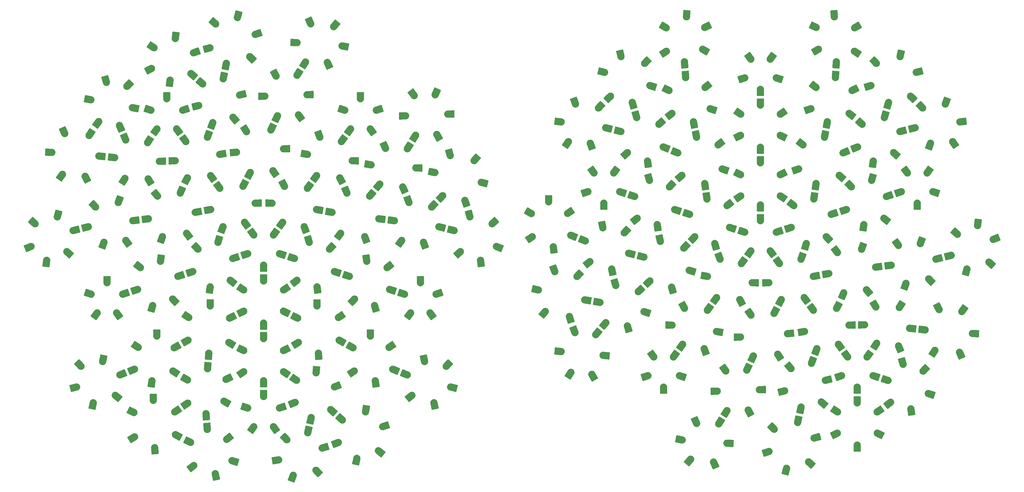
<source format=gbr>
%TF.GenerationSoftware,KiCad,Pcbnew,8.0.5*%
%TF.CreationDate,2024-10-17T15:54:23-04:00*%
%TF.ProjectId,orb_generated,6f72625f-6765-46e6-9572-617465642e6b,rev?*%
%TF.SameCoordinates,Original*%
%TF.FileFunction,Soldermask,Bot*%
%TF.FilePolarity,Negative*%
%FSLAX46Y46*%
G04 Gerber Fmt 4.6, Leading zero omitted, Abs format (unit mm)*
G04 Created by KiCad (PCBNEW 8.0.5) date 2024-10-17 15:54:23*
%MOMM*%
%LPD*%
G01*
G04 APERTURE LIST*
G04 Aperture macros list*
%AMFreePoly0*
4,1,24,-1.700000,1.080000,-1.580000,1.200000,0.500000,1.200000,0.665788,1.188493,0.881350,1.137792,1.083926,1.048347,1.266617,0.923201,1.423201,0.766616,1.548347,0.583925,1.637793,0.381350,1.688493,0.165788,1.700000,0.000000,1.688493,-0.165788,1.637793,-0.381350,1.548347,-0.583925,1.423201,-0.766616,1.266616,-0.923201,1.083925,-1.048346,0.881350,-1.137793,0.665788,-1.188493,
0.500000,-1.200000,-1.580000,-1.200000,-1.700000,-1.080000,-1.700000,1.080000,-1.700000,1.080000,$1*%
G04 Aperture macros list end*
%ADD10FreePoly0,313.000000*%
%ADD11FreePoly0,154.000000*%
%ADD12FreePoly0,54.000000*%
%ADD13FreePoly0,122.000000*%
%ADD14FreePoly0,357.000000*%
%ADD15FreePoly0,255.000000*%
%ADD16FreePoly0,305.000000*%
%ADD17FreePoly0,18.000000*%
%ADD18FreePoly0,149.000000*%
%ADD19FreePoly0,50.000000*%
%ADD20FreePoly0,118.000000*%
%ADD21FreePoly0,226.000000*%
%ADD22FreePoly0,90.000000*%
%ADD23FreePoly0,174.000000*%
%ADD24FreePoly0,227.000000*%
%ADD25FreePoly0,141.000000*%
%ADD26FreePoly0,237.000000*%
%ADD27FreePoly0,182.000000*%
%ADD28FreePoly0,230.000000*%
%ADD29FreePoly0,29.000000*%
%ADD30FreePoly0,75.000000*%
%ADD31FreePoly0,34.000000*%
%ADD32FreePoly0,286.000000*%
%ADD33FreePoly0,74.000000*%
%ADD34FreePoly0,290.000000*%
%ADD35FreePoly0,335.000000*%
%ADD36FreePoly0,10.000000*%
%ADD37FreePoly0,238.000000*%
%ADD38FreePoly0,330.000000*%
%ADD39FreePoly0,234.000000*%
%ADD40FreePoly0,130.000000*%
%ADD41FreePoly0,177.000000*%
%ADD42FreePoly0,110.000000*%
%ADD43FreePoly0,126.000000*%
%ADD44FreePoly0,358.000000*%
%ADD45FreePoly0,146.000000*%
%ADD46FreePoly0,162.000000*%
%ADD47FreePoly0,270.000000*%
%ADD48FreePoly0,194.000000*%
%ADD49FreePoly0,22.000000*%
%ADD50FreePoly0,170.000000*%
%ADD51FreePoly0,2.000000*%
%ADD52FreePoly0,26.000000*%
%ADD53FreePoly0,311.000000*%
%ADD54FreePoly0,169.000000*%
%ADD55FreePoly0,285.000000*%
%ADD56FreePoly0,106.000000*%
%ADD57FreePoly0,306.000000*%
%ADD58FreePoly0,338.000000*%
%ADD59FreePoly0,138.000000*%
%ADD60FreePoly0,113.000000*%
%ADD61FreePoly0,294.000000*%
%ADD62FreePoly0,278.000000*%
%ADD63FreePoly0,158.000000*%
%ADD64FreePoly0,266.000000*%
%ADD65FreePoly0,58.000000*%
%ADD66FreePoly0,350.000000*%
%ADD67FreePoly0,190.000000*%
%ADD68FreePoly0,322.000000*%
%ADD69FreePoly0,86.000000*%
%ADD70FreePoly0,41.000000*%
%ADD71FreePoly0,127.000000*%
%ADD72FreePoly0,46.000000*%
%ADD73FreePoly0,301.000000*%
%ADD74FreePoly0,125.000000*%
%ADD75FreePoly0,314.000000*%
%ADD76FreePoly0,31.000000*%
%ADD77FreePoly0,214.000000*%
%ADD78FreePoly0,250.000000*%
%ADD79FreePoly0,139.000000*%
%ADD80FreePoly0,38.000000*%
%ADD81FreePoly0,82.000000*%
%ADD82FreePoly0,198.000000*%
%ADD83FreePoly0,121.000000*%
%ADD84FreePoly0,282.000000*%
%ADD85FreePoly0,342.000000*%
%ADD86FreePoly0,242.000000*%
%ADD87FreePoly0,53.000000*%
%ADD88FreePoly0,271.000000*%
%ADD89FreePoly0,27.000000*%
%ADD90FreePoly0,135.000000*%
%ADD91FreePoly0,131.000000*%
%ADD92FreePoly0,166.000000*%
%ADD93FreePoly0,83.000000*%
%ADD94FreePoly0,107.000000*%
%ADD95FreePoly0,218.000000*%
%ADD96FreePoly0,293.000000*%
%ADD97FreePoly0,206.000000*%
%ADD98FreePoly0,14.000000*%
%ADD99FreePoly0,247.000000*%
%ADD100FreePoly0,318.000000*%
%ADD101FreePoly0,269.000000*%
%ADD102FreePoly0,209.000000*%
%ADD103FreePoly0,349.000000*%
%ADD104FreePoly0,151.000000*%
%ADD105FreePoly0,97.000000*%
%ADD106FreePoly0,283.000000*%
%ADD107FreePoly0,137.000000*%
%ADD108FreePoly0,98.000000*%
%ADD109FreePoly0,334.000000*%
%ADD110FreePoly0,202.000000*%
%ADD111FreePoly0,9.000000*%
%ADD112FreePoly0,65.000000*%
%ADD113FreePoly0,78.000000*%
%ADD114FreePoly0,77.000000*%
%ADD115FreePoly0,161.000000*%
%ADD116FreePoly0,43.000000*%
%ADD117FreePoly0,258.000000*%
%ADD118FreePoly0,94.000000*%
%ADD119FreePoly0,42.000000*%
%ADD120FreePoly0,326.000000*%
%ADD121FreePoly0,353.000000*%
%ADD122FreePoly0,114.000000*%
%ADD123FreePoly0,70.000000*%
%ADD124FreePoly0,187.000000*%
%ADD125FreePoly0,310.000000*%
%ADD126FreePoly0,39.000000*%
%ADD127FreePoly0,307.000000*%
%ADD128FreePoly0,178.000000*%
%ADD129FreePoly0,163.000000*%
%ADD130FreePoly0,315.000000*%
%ADD131FreePoly0,142.000000*%
%ADD132FreePoly0,354.000000*%
%ADD133FreePoly0,259.000000*%
%ADD134FreePoly0,185.000000*%
%ADD135FreePoly0,261.000000*%
%ADD136FreePoly0,274.000000*%
%ADD137FreePoly0,150.000000*%
%ADD138FreePoly0,245.000000*%
%ADD139FreePoly0,7.000000*%
%ADD140FreePoly0,210.000000*%
%ADD141FreePoly0,57.000000*%
%ADD142FreePoly0,134.000000*%
%ADD143FreePoly0,173.000000*%
%ADD144FreePoly0,319.000000*%
%ADD145FreePoly0,117.000000*%
%ADD146FreePoly0,55.000000*%
%ADD147FreePoly0,197.000000*%
%ADD148FreePoly0,102.000000*%
%ADD149FreePoly0,225.000000*%
%ADD150FreePoly0,263.000000*%
%ADD151FreePoly0,346.000000*%
%ADD152FreePoly0,262.000000*%
%ADD153FreePoly0,281.000000*%
%ADD154FreePoly0,17.000000*%
%ADD155FreePoly0,347.000000*%
%ADD156FreePoly0,265.000000*%
%ADD157FreePoly0,33.000000*%
%ADD158FreePoly0,222.000000*%
%ADD159FreePoly0,257.000000*%
%ADD160FreePoly0,19.000000*%
%ADD161FreePoly0,79.000000*%
%ADD162FreePoly0,254.000000*%
%ADD163FreePoly0,101.000000*%
%ADD164FreePoly0,246.000000*%
%ADD165FreePoly0,67.000000*%
%ADD166FreePoly0,62.000000*%
%ADD167FreePoly0,331.000000*%
%ADD168FreePoly0,298.000000*%
%ADD169FreePoly0,15.000000*%
%ADD170FreePoly0,195.000000*%
%ADD171FreePoly0,119.000000*%
%ADD172FreePoly0,21.000000*%
%ADD173FreePoly0,297.000000*%
%ADD174FreePoly0,199.000000*%
%ADD175FreePoly0,291.000000*%
%ADD176FreePoly0,109.000000*%
%ADD177FreePoly0,223.000000*%
%ADD178FreePoly0,229.000000*%
%ADD179FreePoly0,133.000000*%
%ADD180FreePoly0,5.000000*%
%ADD181FreePoly0,205.000000*%
%ADD182FreePoly0,186.000000*%
%ADD183FreePoly0,30.000000*%
%ADD184FreePoly0,302.000000*%
%ADD185FreePoly0,147.000000*%
G04 APERTURE END LIST*
D10*
%TO.C,PAD264-86*%
X7384196Y-63043843D03*
%TD*%
D11*
%TO.C,PAD112-52*%
X203833619Y-61460041D03*
%TD*%
D12*
%TO.C,PAD87-67*%
X6010349Y8272936D03*
%TD*%
D13*
%TO.C,PAD41-91*%
X170660257Y-35492719D03*
%TD*%
D14*
%TO.C,PAD213-43*%
X-70710878Y31932095D03*
%TD*%
D15*
%TO.C,PAD8-75*%
X-8518520Y77117556D03*
%TD*%
D16*
%TO.C,PAD172-91*%
X161317597Y-21687840D03*
%TD*%
D17*
%TO.C,PAD221-4*%
X-42214781Y-13716064D03*
%TD*%
D18*
%TO.C,PAD224-5*%
X-11094051Y-31415420D03*
%TD*%
D12*
%TO.C,PAD123-65*%
X28559349Y39307936D03*
%TD*%
D19*
%TO.C,PAD134-87*%
X141202941Y-70241927D03*
%TD*%
D11*
%TO.C,PAD216-17*%
X171732619Y37335959D03*
%TD*%
D20*
%TO.C,PAD117-90*%
X160826197Y-53980430D03*
%TD*%
D21*
%TO.C,PAD197-70*%
X126616304Y61794766D03*
%TD*%
D22*
%TO.C,PAD202-9*%
X0Y-6026000D03*
%TD*%
D23*
%TO.C,PAD113-43*%
X-54090496Y30655510D03*
%TD*%
D17*
%TO.C,PAD98-26*%
X107030306Y18728316D03*
%TD*%
D24*
%TO.C,PAD217-84*%
X60858803Y-38733843D03*
%TD*%
D25*
%TO.C,PAD97-46*%
X-48731007Y-49050427D03*
%TD*%
D26*
%TO.C,PAD154-43*%
X-57583742Y37943792D03*
%TD*%
D27*
%TO.C,PAD201-72*%
X14871279Y51029711D03*
%TD*%
D15*
%TO.C,PAD67-45*%
X-68254520Y11039556D03*
%TD*%
D17*
%TO.C,PAD186-16*%
X158970306Y56465316D03*
%TD*%
D28*
%TO.C,PAD142-69*%
X23498146Y73956307D03*
%TD*%
D29*
%TO.C,PAD188-5*%
X-25512299Y-30681899D03*
%TD*%
D30*
%TO.C,PAD118-88*%
X173219607Y-73403176D03*
%TD*%
D31*
%TO.C,PAD1-18*%
X157687065Y17210685D03*
%TD*%
D32*
%TO.C,PAD26-29*%
X123529926Y43954729D03*
%TD*%
D33*
%TO.C,PAD140-39*%
X207029926Y47992031D03*
%TD*%
D12*
%TO.C,PAD260-3*%
X-3541651Y-59488064D03*
%TD*%
D34*
%TO.C,PAD150-76*%
X151094329Y-3081975D03*
%TD*%
D35*
%TO.C,PAD198-53*%
X-24617754Y-64131498D03*
%TD*%
D36*
%TO.C,PAD247-34*%
X-18027904Y12849661D03*
%TD*%
D37*
%TO.C,PAD248-50*%
X210948257Y-19169521D03*
%TD*%
D38*
%TO.C,PAD34-59*%
X88299740Y11840380D03*
%TD*%
D23*
%TO.C,PAD12-82*%
X113010591Y-35506110D03*
%TD*%
D39*
%TO.C,PAD95-76*%
X158690738Y-4558556D03*
%TD*%
D40*
%TO.C,PAD65-56*%
X200147232Y-14068926D03*
%TD*%
D41*
%TO.C,PAD133-47*%
X235411965Y-28217715D03*
%TD*%
D42*
%TO.C,PAD222-62*%
X108470845Y34424735D03*
%TD*%
%TO.C,PAD106-67*%
X13606758Y6796355D03*
%TD*%
D43*
%TO.C,PAD119-37*%
X-28559349Y39307936D03*
%TD*%
D37*
%TO.C,PAD101-63*%
X47928170Y33561099D03*
%TD*%
D44*
%TO.C,PAD263-67*%
X2258721Y15041711D03*
%TD*%
D45*
%TO.C,PAD174-18*%
X171715109Y17210685D03*
%TD*%
D32*
%TO.C,PAD240-42*%
X-52266163Y55582350D03*
%TD*%
D46*
%TO.C,PAD258-51*%
X202532868Y-42330684D03*
%TD*%
D47*
%TO.C,PAD24-17*%
X164701087Y48101380D03*
%TD*%
D39*
%TO.C,PAD42-79*%
X147416738Y-20075556D03*
%TD*%
D28*
%TO.C,PAD127-82*%
X110420233Y-28214313D03*
%TD*%
D48*
%TO.C,PAD137-23*%
X211430466Y38926344D03*
%TD*%
D43*
%TO.C,PAD225-72*%
X11838652Y43909935D03*
%TD*%
D49*
%TO.C,PAD80-23*%
X196462173Y33504054D03*
%TD*%
D50*
%TO.C,PAD237-79*%
X150627991Y-27618959D03*
%TD*%
D51*
%TO.C,PAD151-72*%
X-101279Y50526289D03*
%TD*%
D39*
%TO.C,PAD176-26*%
X116302738Y25465444D03*
%TD*%
D52*
%TO.C,PAD267-17*%
X157669555Y37335959D03*
%TD*%
D53*
%TO.C,PAD41-89*%
X174523811Y-39453510D03*
%TD*%
D51*
%TO.C,PAD254-57*%
X166959808Y-11327331D03*
%TD*%
D54*
%TO.C,PAD96-42*%
X-43029417Y46663699D03*
%TD*%
D55*
%TO.C,PAD27-58*%
X68254520Y11039556D03*
%TD*%
D56*
%TO.C,PAD26-70*%
X122372248Y47992031D03*
%TD*%
D57*
%TO.C,PAD132-34*%
X-14815651Y20392064D03*
%TD*%
D58*
%TO.C,PAD162-84*%
X47140086Y-41757674D03*
%TD*%
D17*
%TO.C,PAD12-81*%
X126869306Y-42330684D03*
%TD*%
D45*
%TO.C,PAD136-6*%
X7014022Y-41116695D03*
%TD*%
D59*
%TO.C,PAD74-10*%
X22620396Y-53783826D03*
%TD*%
D60*
%TO.C,PAD108-42*%
X-47547536Y40379060D03*
%TD*%
D61*
%TO.C,PAD85-63*%
X40191147Y33696555D03*
%TD*%
D62*
%TO.C,PAD161-28*%
X146909351Y16888817D03*
%TD*%
D63*
%TO.C,PAD185-58*%
X77597914Y505674D03*
%TD*%
D64*
%TO.C,PAD8-71*%
X140240599Y77357496D03*
%TD*%
D65*
%TO.C,PAD101-64*%
X50153830Y37122901D03*
%TD*%
D66*
%TO.C,PAD78-66*%
X14073096Y31333339D03*
%TD*%
D65*
%TO.C,PAD21-35*%
X-46247170Y22883901D03*
%TD*%
D67*
%TO.C,PAD247-33*%
X-22164096Y12120339D03*
%TD*%
D68*
%TO.C,PAD174-22*%
X175369909Y14555490D03*
%TD*%
D47*
%TO.C,PAD19-52*%
X196802087Y-50694620D03*
%TD*%
D69*
%TO.C,PAD51-38*%
X189848576Y61451265D03*
%TD*%
D57*
%TO.C,PAD144-48*%
X210120436Y1404444D03*
%TD*%
D70*
%TO.C,PAD4-30*%
X138251977Y23973104D03*
%TD*%
D71*
%TO.C,PAD227-33*%
X-25203812Y4632135D03*
%TD*%
D72*
%TO.C,PAD184-14*%
X29802783Y-17077386D03*
%TD*%
D73*
%TO.C,PAD65-50*%
X202720667Y-18966671D03*
%TD*%
D74*
%TO.C,PAD149-40*%
X228676576Y35055599D03*
%TD*%
D75*
%TO.C,PAD235-32*%
X-56069217Y14143386D03*
%TD*%
D64*
%TO.C,PAD60-2*%
X-18516489Y-39411886D03*
%TD*%
D76*
%TO.C,PAD138-54*%
X-43180949Y-62751420D03*
%TD*%
D77*
%TO.C,PAD205-17*%
X171715109Y44831075D03*
%TD*%
D57*
%TO.C,PAD252-16*%
X161159436Y63202444D03*
%TD*%
D19*
%TO.C,PAD55-83*%
X93080942Y-21287926D03*
%TD*%
D32*
%TO.C,PAD242-49*%
X211804926Y-37968269D03*
%TD*%
D78*
%TO.C,PAD93-40*%
X226175845Y48457025D03*
%TD*%
D79*
%TO.C,PAD71-21*%
X191150197Y23973104D03*
%TD*%
D78*
%TO.C,PAD193-56*%
X198410845Y266026D03*
%TD*%
D51*
%TO.C,PAD237-91*%
X157563808Y-29411331D03*
%TD*%
D80*
%TO.C,PAD110-15*%
X10668822Y-10841110D03*
%TD*%
D81*
%TO.C,PAD129-7*%
X-17791736Y-13174437D03*
%TD*%
D39*
%TO.C,PAD152-47*%
X231700738Y-20473556D03*
%TD*%
D82*
%TO.C,PAD103-24*%
X206915868Y17430444D03*
%TD*%
D83*
%TO.C,PAD177-35*%
X-38019580Y22681051D03*
%TD*%
D39*
%TO.C,PAD87-9*%
X3541651Y4875064D03*
%TD*%
D84*
%TO.C,PAD130-78*%
X112379702Y7351270D03*
%TD*%
D46*
%TO.C,PAD253-14*%
X42214781Y-13716064D03*
%TD*%
D78*
%TO.C,PAD209-57*%
X178307845Y-3081975D03*
%TD*%
D85*
%TO.C,PAD258-49*%
X206527306Y-43628556D03*
%TD*%
D86*
%TO.C,PAD167-34*%
X-6649891Y21115811D03*
%TD*%
D56*
%TO.C,PAD104-80*%
X120765248Y-26197969D03*
%TD*%
D87*
%TO.C,PAD154-42*%
X-54915189Y41754134D03*
%TD*%
D39*
%TO.C,PAD239-81*%
X136141738Y-35593556D03*
%TD*%
D88*
%TO.C,PAD179-13*%
X17667650Y-18561680D03*
%TD*%
D89*
%TO.C,PAD82-41*%
X-37624886Y59477381D03*
%TD*%
D22*
%TO.C,PAD45-17*%
X164701087Y33121380D03*
%TD*%
D63*
%TO.C,PAD162-11*%
X43245914Y-40184326D03*
%TD*%
D77*
%TO.C,PAD89-54*%
X-29030979Y-53939305D03*
%TD*%
D87*
%TO.C,PAD175-68*%
X25203812Y4632135D03*
%TD*%
D12*
%TO.C,PAD42-76*%
X149885436Y-16677684D03*
%TD*%
D31*
%TO.C,PAD89-2*%
X-25549021Y-51590695D03*
%TD*%
D75*
%TO.C,PAD191-39*%
X202785870Y61794766D03*
%TD*%
D48*
%TO.C,PAD240-39*%
X216860466Y58568344D03*
%TD*%
D61*
%TO.C,PAD135-87*%
X143373234Y-57566065D03*
%TD*%
D22*
%TO.C,PAD130-26*%
X112761087Y14565380D03*
%TD*%
D47*
%TO.C,PAD182-3*%
X0Y-48587000D03*
%TD*%
D60*
%TO.C,PAD242-50*%
X210607551Y-32798560D03*
%TD*%
D90*
%TO.C,PAD126-75*%
X-4201925Y63339924D03*
%TD*%
D91*
%TO.C,PAD36-73*%
X-9822724Y43167890D03*
%TD*%
D92*
%TO.C,PAD17-60*%
X58606379Y7091036D03*
%TD*%
D21*
%TO.C,PAD23-77*%
X139646304Y492766D03*
%TD*%
D93*
%TO.C,PAD229-45*%
X-72003075Y-4434653D03*
%TD*%
D14*
%TO.C,PAD109-69*%
X10593122Y68325095D03*
%TD*%
D57*
%TO.C,PAD153-55*%
X181985436Y-20075556D03*
%TD*%
D94*
%TO.C,PAD114-83*%
X101480107Y-23074380D03*
%TD*%
D30*
%TO.C,PAD152-44*%
X232955607Y-7325176D03*
%TD*%
D57*
%TO.C,PAD104-81*%
X129058436Y-35593556D03*
%TD*%
D80*
%TO.C,PAD77-78*%
X107739909Y-4640730D03*
%TD*%
D67*
%TO.C,PAD116-36*%
X-14073096Y31333339D03*
%TD*%
D95*
%TO.C,PAD54-14*%
X41272178Y-6034890D03*
%TD*%
D34*
%TO.C,PAD102-60*%
X48021242Y15709645D03*
%TD*%
D46*
%TO.C,PAD268-16*%
X170431868Y56465316D03*
%TD*%
D82*
%TO.C,PAD29-12*%
X57670781Y-15013936D03*
%TD*%
D57*
%TO.C,PAD99-9*%
X-3541651Y4875064D03*
%TD*%
D17*
%TO.C,PAD103-25*%
X210910306Y18728316D03*
%TD*%
D50*
%TO.C,PAD121-83*%
X106890990Y-17069959D03*
%TD*%
D96*
%TO.C,PAD108-35*%
X-45906464Y36512940D03*
%TD*%
D97*
%TO.C,PAD105-5*%
X-10806468Y-22832579D03*
%TD*%
D98*
%TO.C,PAD137-40*%
X215505708Y39942416D03*
%TD*%
D99*
%TO.C,PAD194-33*%
X-27440536Y18894940D03*
%TD*%
D17*
%TO.C,PAD205-20*%
X180933306Y46196316D03*
%TD*%
D100*
%TO.C,PAD210-23*%
X198034691Y41549206D03*
%TD*%
D82*
%TO.C,PAD35-37*%
X-26370219Y46045064D03*
%TD*%
D22*
%TO.C,PAD169-18*%
X164701087Y13940380D03*
%TD*%
%TO.C,PAD19-51*%
X196802087Y-46494620D03*
%TD*%
D101*
%TO.C,PAD129-5*%
X-17667650Y-18561680D03*
%TD*%
D46*
%TO.C,PAD165-31*%
X148468868Y46196316D03*
%TD*%
D82*
%TO.C,PAD257-3*%
X5730781Y-52750936D03*
%TD*%
D92*
%TO.C,PAD55-84*%
X62480379Y-46019964D03*
%TD*%
D102*
%TO.C,PAD188-1*%
X-29185701Y-32718101D03*
%TD*%
D92*
%TO.C,PAD39-62*%
X113896466Y39942416D03*
%TD*%
D77*
%TO.C,PAD110-8*%
X7014022Y-13496305D03*
%TD*%
D43*
%TO.C,PAD99-34*%
X-6010349Y8272936D03*
%TD*%
D17*
%TO.C,PAD20-24*%
X192668306Y12801316D03*
%TD*%
D38*
%TO.C,PAD200-2*%
X-25682347Y-43394000D03*
%TD*%
D103*
%TO.C,PAD93-42*%
X-57749583Y49446301D03*
%TD*%
D85*
%TO.C,PAD157-19*%
X158970306Y5576444D03*
%TD*%
D21*
%TO.C,PAD265-60*%
X56069217Y14143386D03*
%TD*%
D22*
%TO.C,PAD135-81*%
X132600087Y-46494620D03*
%TD*%
D46*
%TO.C,PAD233-81*%
X138330868Y-42330684D03*
%TD*%
D104*
%TO.C,PAD198-54*%
X-28762701Y-62017899D03*
%TD*%
D105*
%TO.C,PAD256-59*%
X96101161Y118727D03*
%TD*%
D76*
%TO.C,PAD148-13*%
X11094051Y-31415420D03*
%TD*%
D106*
%TO.C,PAD147-77*%
X131394484Y2871203D03*
%TD*%
D22*
%TO.C,PAD190-8*%
X0Y-25207000D03*
%TD*%
D39*
%TO.C,PAD123-66*%
X26090651Y35910064D03*
%TD*%
D107*
%TO.C,PAD49-39*%
X214795244Y50233577D03*
%TD*%
D81*
%TO.C,PAD193-24*%
X198849351Y7415943D03*
%TD*%
D108*
%TO.C,PAD124-11*%
X37047736Y-44398437D03*
%TD*%
D103*
%TO.C,PAD215-61*%
X56331417Y25331301D03*
%TD*%
D58*
%TO.C,PAD158-30*%
X136834173Y31930706D03*
%TD*%
D43*
%TO.C,PAD153-57*%
X179516738Y-16677684D03*
%TD*%
D45*
%TO.C,PAD200-1*%
X-29616979Y-40935695D03*
%TD*%
D82*
%TO.C,PAD79-7*%
X-9725219Y-3159936D03*
%TD*%
D47*
%TO.C,PAD190-6*%
X0Y-29407000D03*
%TD*%
D98*
%TO.C,PAD164-46*%
X-62480379Y-46019964D03*
%TD*%
D57*
%TO.C,PAD119-36*%
X-26090651Y35910064D03*
%TD*%
D28*
%TO.C,PAD3-68*%
X35446145Y17783306D03*
%TD*%
D109*
%TO.C,PAD32-31*%
X133923554Y52668801D03*
%TD*%
D19*
%TO.C,PAD127-80*%
X113119941Y-24996927D03*
%TD*%
D110*
%TO.C,PAD249-46*%
X-47140086Y-41757674D03*
%TD*%
D12*
%TO.C,PAD250-37*%
X-35642651Y39307936D03*
%TD*%
D111*
%TO.C,PAD159-86*%
X4521146Y-70233486D03*
%TD*%
D57*
%TO.C,PAD189-51*%
X193260436Y-35593556D03*
%TD*%
D112*
%TO.C,PAD262-72*%
X4380497Y43624247D03*
%TD*%
D32*
%TO.C,PAD212-27*%
X127763926Y23090731D03*
%TD*%
D47*
%TO.C,PAD170-37*%
X-32101000Y50209000D03*
%TD*%
D113*
%TO.C,PAD56-46*%
X-56534386Y-51662890D03*
%TD*%
D27*
%TO.C,PAD73-64*%
X61550279Y44639711D03*
%TD*%
D12*
%TO.C,PAD95-19*%
X161159436Y-1160684D03*
%TD*%
D59*
%TO.C,PAD131-44*%
X240804483Y-4852446D03*
%TD*%
D114*
%TO.C,PAD50-10*%
X15676397Y-56522823D03*
%TD*%
D66*
%TO.C,PAD121-80*%
X111027184Y-17799281D03*
%TD*%
D115*
%TO.C,PAD269-30*%
X152507498Y26254073D03*
%TD*%
D46*
%TO.C,PAD48-26*%
X118491868Y18728316D03*
%TD*%
D79*
%TO.C,PAD236-89*%
X185241197Y-51227896D03*
%TD*%
D116*
%TO.C,PAD173-70*%
X114606930Y50233577D03*
%TD*%
D78*
%TO.C,PAD94-36*%
X-18493242Y37386645D03*
%TD*%
D12*
%TO.C,PAD54-60*%
X45419349Y2309936D03*
%TD*%
D43*
%TO.C,PAD264-3*%
X3541651Y-59488064D03*
%TD*%
D81*
%TO.C,PAD156-1*%
X-37047736Y-44398437D03*
%TD*%
D37*
%TO.C,PAD120-87*%
X151109257Y-57776521D03*
%TD*%
D117*
%TO.C,PAD75-46*%
X-53274614Y-37041110D03*
%TD*%
D22*
%TO.C,PAD24-16*%
X164701087Y52301380D03*
%TD*%
D118*
%TO.C,PAD128-2*%
X-19048488Y-55323116D03*
%TD*%
D119*
%TO.C,PAD29-58*%
X64871604Y-1346826D03*
%TD*%
D81*
%TO.C,PAD111-23*%
X202044351Y28501943D03*
%TD*%
D109*
%TO.C,PAD269-18*%
X157669555Y24705801D03*
%TD*%
D84*
%TO.C,PAD207-84*%
X53274614Y-37041110D03*
%TD*%
D120*
%TO.C,PAD76-5*%
X-25245021Y-22604305D03*
%TD*%
%TO.C,PAD165-17*%
X157687065Y44831075D03*
%TD*%
D32*
%TO.C,PAD106-15*%
X15002839Y2499351D03*
%TD*%
D57*
%TO.C,PAD160-57*%
X170711436Y-4558556D03*
%TD*%
D121*
%TO.C,PAD2-60*%
X42843347Y9314075D03*
%TD*%
D12*
%TO.C,PAD239-79*%
X138610436Y-32195684D03*
%TD*%
D72*
%TO.C,PAD265-61*%
X58986783Y17164614D03*
%TD*%
D101*
%TO.C,PAD6-59*%
X94522437Y15962700D03*
%TD*%
D37*
%TO.C,PAD250-35*%
X-38198830Y35520099D03*
%TD*%
D33*
%TO.C,PAD209-22*%
X179703926Y1215029D03*
%TD*%
D81*
%TO.C,PAD47-21*%
X183077351Y21047943D03*
%TD*%
D122*
%TO.C,PAD102-63*%
X46283853Y20010445D03*
%TD*%
D118*
%TO.C,PAD16-13*%
X18223511Y-35222114D03*
%TD*%
D31*
%TO.C,PAD90-11*%
X29616979Y-40935695D03*
%TD*%
D48*
%TO.C,PAD187-48*%
X223307466Y-3376656D03*
%TD*%
D113*
%TO.C,PAD100-89*%
X178014702Y-53093510D03*
%TD*%
D51*
%TO.C,PAD233-90*%
X149829808Y-47315331D03*
%TD*%
D123*
%TO.C,PAD246-32*%
X-53126758Y1625355D03*
%TD*%
D124*
%TO.C,PAD88-32*%
X-42843347Y9314075D03*
%TD*%
D31*
%TO.C,PAD145-6*%
X-7014022Y-41116695D03*
%TD*%
D49*
%TO.C,PAD249-1*%
X-43245914Y-40184326D03*
%TD*%
D85*
%TO.C,PAD253-12*%
X46209219Y-15013936D03*
%TD*%
D125*
%TO.C,PAD177-33*%
X-35446145Y17783306D03*
%TD*%
D43*
%TO.C,PAD85-65*%
X35642651Y39307936D03*
%TD*%
D59*
%TO.C,PAD163-23*%
X209167483Y31525554D03*
%TD*%
D56*
%TO.C,PAD150-28*%
X149698248Y1215029D03*
%TD*%
D126*
%TO.C,PAD180-84*%
X48731007Y-49050427D03*
%TD*%
D127*
%TO.C,PAD208-64*%
X49576812Y51158866D03*
%TD*%
D39*
%TO.C,PAD199-51*%
X200343738Y-35593556D03*
%TD*%
D50*
%TO.C,PAD14-67*%
X18027904Y12849661D03*
%TD*%
D39*
%TO.C,PAD244-67*%
X14815651Y20392064D03*
%TD*%
D56*
%TO.C,PAD37-14*%
X36937161Y-19376351D03*
%TD*%
D46*
%TO.C,PAD168-27*%
X136733868Y12801316D03*
%TD*%
D43*
%TO.C,PAD189-55*%
X190791738Y-32195684D03*
%TD*%
D57*
%TO.C,PAD220-90*%
X152862435Y-40195555D03*
%TD*%
D48*
%TO.C,PAD214-89*%
X186678466Y-43591656D03*
%TD*%
D47*
%TO.C,PAD169-19*%
X164701087Y9740380D03*
%TD*%
D12*
%TO.C,PAD75-0*%
X-55481651Y-21751064D03*
%TD*%
D32*
%TO.C,PAD243-80*%
X116616926Y-11803271D03*
%TD*%
%TO.C,PAD266-61*%
X61736839Y31340351D03*
%TD*%
D51*
%TO.C,PAD33-36*%
X-29842279Y29141289D03*
%TD*%
D21*
%TO.C,PAD4-27*%
X134898304Y20791766D03*
%TD*%
D43*
%TO.C,PAD132-36*%
X-17284349Y23789936D03*
%TD*%
D77*
%TO.C,PAD98-59*%
X101159108Y11920075D03*
%TD*%
D20*
%TO.C,PAD81-66*%
X25451109Y23067189D03*
%TD*%
D128*
%TO.C,PAD215-63*%
X50993279Y26721289D03*
%TD*%
D75*
%TO.C,PAD71-24*%
X194503870Y20791766D03*
%TD*%
D47*
%TO.C,PAD202-8*%
X0Y-10226000D03*
%TD*%
D129*
%TO.C,PAD59-77*%
X141587847Y-7352639D03*
%TD*%
D44*
%TO.C,PAD241-79*%
X134858808Y-25426909D03*
%TD*%
D43*
%TO.C,PAD181-0*%
X-48398349Y-21751064D03*
%TD*%
D61*
%TO.C,PAD43-43*%
X-66145853Y38601555D03*
%TD*%
D130*
%TO.C,PAD117-88*%
X168903012Y-59625544D03*
%TD*%
D123*
%TO.C,PAD61-34*%
X-13606758Y6796355D03*
%TD*%
D105*
%TO.C,PAD217-58*%
X72003075Y-4434653D03*
%TD*%
D131*
%TO.C,PAD9-7*%
X-10668822Y-10841110D03*
%TD*%
%TO.C,PAD210-20*%
X194481264Y44531269D03*
%TD*%
D123*
%TO.C,PAD94-73*%
X-17056758Y41333355D03*
%TD*%
D128*
%TO.C,PAD251-66*%
X29842279Y29141289D03*
%TD*%
D112*
%TO.C,PAD245-91*%
X162095584Y-36103373D03*
%TD*%
D42*
%TO.C,PAD220-79*%
X146207845Y-33672265D03*
%TD*%
D97*
%TO.C,PAD148-6*%
X7031532Y-33621579D03*
%TD*%
D132*
%TO.C,PAD46-82*%
X98096583Y-34088130D03*
%TD*%
D66*
%TO.C,PAD251-63*%
X35114096Y27855339D03*
%TD*%
D63*
%TO.C,PAD158-29*%
X132940001Y33504054D03*
%TD*%
D133*
%TO.C,PAD192-21*%
X185997388Y37459963D03*
%TD*%
D134*
%TO.C,PAD171-91*%
X174191078Y-28222647D03*
%TD*%
D68*
%TO.C,PAD216-21*%
X178397909Y34708490D03*
%TD*%
D135*
%TO.C,PAD124-85*%
X33831486Y-53713146D03*
%TD*%
D47*
%TO.C,PAD45-18*%
X164701087Y28921380D03*
%TD*%
D65*
%TO.C,PAD120-90*%
X153334917Y-54214719D03*
%TD*%
D92*
%TO.C,PAD141-78*%
X121496466Y-1717584D03*
%TD*%
D77*
%TO.C,PAD143-11*%
X42025021Y-32542305D03*
%TD*%
D68*
%TO.C,PAD139-4*%
X-41272178Y-6034890D03*
%TD*%
D136*
%TO.C,PAD128-53*%
X-18755512Y-59512884D03*
%TD*%
D137*
%TO.C,PAD252-71*%
X145935433Y65827380D03*
%TD*%
D138*
%TO.C,PAD262-74*%
X2605503Y39817753D03*
%TD*%
D12*
%TO.C,PAD143-12*%
X48398349Y-21751064D03*
%TD*%
D36*
%TO.C,PAD238-56*%
X186865183Y-8405959D03*
%TD*%
D37*
%TO.C,PAD10-72*%
X11366170Y57929099D03*
%TD*%
D132*
%TO.C,PAD22-62*%
X98114583Y42047870D03*
%TD*%
D108*
%TO.C,PAD179-15*%
X17791736Y-13174437D03*
%TD*%
D139*
%TO.C,PAD223-48*%
X207544434Y-5599695D03*
%TD*%
D65*
%TO.C,PAD10-69*%
X13591830Y61490901D03*
%TD*%
D140*
%TO.C,PAD146-38*%
X196365433Y73446379D03*
%TD*%
D11*
%TO.C,PAD125-8*%
X7031532Y-20991421D03*
%TD*%
D27*
%TO.C,PAD263-34*%
X-2258721Y15041711D03*
%TD*%
D43*
%TO.C,PAD139-32*%
X-45419349Y2309936D03*
%TD*%
D22*
%TO.C,PAD203-25*%
X216641087Y14565380D03*
%TD*%
D141*
%TO.C,PAD58-47*%
X222284829Y-34229412D03*
%TD*%
D47*
%TO.C,PAD37-11*%
X35387000Y-28565000D03*
%TD*%
D10*
%TO.C,PAD229-46*%
X-60858803Y-38733843D03*
%TD*%
D17*
%TO.C,PAD214-51*%
X191071306Y-42330684D03*
%TD*%
D137*
%TO.C,PAD0-2*%
X-12708653Y-50885000D03*
%TD*%
D131*
%TO.C,PAD144-24*%
X205973265Y9749270D03*
%TD*%
D82*
%TO.C,PAD30-65*%
X37831781Y46045064D03*
%TD*%
D98*
%TO.C,PAD35-73*%
X-21977379Y47306036D03*
%TD*%
D52*
%TO.C,PAD28-52*%
X189770555Y-61460041D03*
%TD*%
D23*
%TO.C,PAD230-50*%
X214614591Y-26502110D03*
%TD*%
D85*
%TO.C,PAD38-15*%
X9725219Y-3159936D03*
%TD*%
D63*
%TO.C,PAD231-59*%
X102305001Y4268054D03*
%TD*%
D92*
%TO.C,PAD34-61*%
X72637379Y21870036D03*
%TD*%
D129*
%TO.C,PAD159-53*%
X-10037240Y-70529019D03*
%TD*%
D142*
%TO.C,PAD63-48*%
X220770304Y-10429006D03*
%TD*%
D17*
%TO.C,PAD40-7*%
X-23972781Y-7789064D03*
%TD*%
D85*
%TO.C,PAD48-27*%
X122486306Y17430444D03*
%TD*%
D119*
%TO.C,PAD176-29*%
X120234691Y31525554D03*
%TD*%
D12*
%TO.C,PAD67-43*%
X-66999651Y24187936D03*
%TD*%
D36*
%TO.C,PAD171-55*%
X178774183Y-27618959D03*
%TD*%
D43*
%TO.C,PAD207-12*%
X55481651Y-21751064D03*
%TD*%
D143*
%TO.C,PAD2-68*%
X38674653Y9825925D03*
%TD*%
D66*
%TO.C,PAD59-76*%
X146673183Y-9135281D03*
%TD*%
D144*
%TO.C,PAD183-73*%
X-20540110Y54942276D03*
%TD*%
D145*
%TO.C,PAD235-43*%
X-58941380Y23569113D03*
%TD*%
D59*
%TO.C,PAD261-88*%
X180972483Y-71122446D03*
%TD*%
D24*
%TO.C,PAD77-83*%
X104238891Y-8902463D03*
%TD*%
D129*
%TO.C,PAD32-70*%
X128557847Y53948361D03*
%TD*%
D100*
%TO.C,PAD122-44*%
X229572691Y5061206D03*
%TD*%
D27*
%TO.C,PAD33-35*%
X-34039721Y28994711D03*
%TD*%
D20*
%TO.C,PAD172-76*%
X158051196Y-17401431D03*
%TD*%
D146*
%TO.C,PAD6-62*%
X100725598Y35055599D03*
%TD*%
D62*
%TO.C,PAD64-14*%
X34148264Y-3701563D03*
%TD*%
D39*
%TO.C,PAD5-16*%
X168242738Y63202444D03*
%TD*%
D123*
%TO.C,PAD84-55*%
X183194329Y-33672265D03*
%TD*%
D120*
%TO.C,PAD136-10*%
X10495978Y-43465305D03*
%TD*%
D34*
%TO.C,PAD225-66*%
X18493242Y37386645D03*
%TD*%
D85*
%TO.C,PAD168-28*%
X140728306Y11503444D03*
%TD*%
D47*
%TO.C,PAD195-65*%
X32101000Y50209000D03*
%TD*%
D147*
%TO.C,PAD86-86*%
X19884760Y-66057981D03*
%TD*%
D122*
%TO.C,PAD166-87*%
X149330940Y-71312175D03*
%TD*%
D49*
%TO.C,PAD133-45*%
X-77597914Y505674D03*
%TD*%
D148*
%TO.C,PAD261-53*%
X-15881614Y-75172890D03*
%TD*%
D46*
%TO.C,PAD157-28*%
X154975868Y6874316D03*
%TD*%
D27*
%TO.C,PAD53-90*%
X164802366Y-46811909D03*
%TD*%
D82*
%TO.C,PAD259-19*%
X170431868Y5576444D03*
%TD*%
D120*
%TO.C,PAD9-8*%
X-7014022Y-13496305D03*
%TD*%
D149*
%TO.C,PAD82-42*%
X-44939924Y54162076D03*
%TD*%
D41*
%TO.C,PAD44-87*%
X154107965Y-64610715D03*
%TD*%
D150*
%TO.C,PAD149-44*%
X236704162Y8149033D03*
%TD*%
D151*
%TO.C,PAD39-29*%
X117971708Y38926344D03*
%TD*%
D152*
%TO.C,PAD47-22*%
X182492823Y16888817D03*
%TD*%
D153*
%TO.C,PAD66-30*%
X143404786Y37459963D03*
%TD*%
D154*
%TO.C,PAD83-39*%
X200844327Y53948361D03*
%TD*%
D150*
%TO.C,PAD146-41*%
X-29180926Y70203653D03*
%TD*%
D132*
%TO.C,PAD113-35*%
X-49913504Y30216490D03*
%TD*%
D79*
%TO.C,PAD183-41*%
X-23709890Y57697724D03*
%TD*%
D85*
%TO.C,PAD0-3*%
X-5730781Y-52750936D03*
%TD*%
D24*
%TO.C,PAD173-62*%
X111315890Y46945537D03*
%TD*%
D66*
%TO.C,PAD14-68*%
X22164096Y12120339D03*
%TD*%
D46*
%TO.C,PAD38-9*%
X5730781Y-1862064D03*
%TD*%
D21*
%TO.C,PAD175-15*%
X22137217Y200386D03*
%TD*%
D98*
%TO.C,PAD187-44*%
X227382708Y-2360584D03*
%TD*%
D35*
%TO.C,PAD18-38*%
X182733334Y73563881D03*
%TD*%
D122*
%TO.C,PAD164-47*%
X230846940Y-34887175D03*
%TD*%
D96*
%TO.C,PAD81-68*%
X27440536Y18894940D03*
%TD*%
D117*
%TO.C,PAD228-73*%
X-13313615Y56807890D03*
%TD*%
D155*
%TO.C,PAD185-83*%
X90586264Y-13600017D03*
%TD*%
D46*
%TO.C,PAD56-49*%
X220774868Y-48257684D03*
%TD*%
D12*
%TO.C,PAD244-66*%
X17284349Y23789936D03*
%TD*%
D43*
%TO.C,PAD160-19*%
X168242738Y-1160684D03*
%TD*%
D27*
%TO.C,PAD218-55*%
X194543366Y-25426909D03*
%TD*%
D78*
%TO.C,PAD84-89*%
X181757845Y-37618975D03*
%TD*%
D117*
%TO.C,PAD100-88*%
X177141472Y-57201730D03*
%TD*%
D57*
%TO.C,PAD163-25*%
X213099436Y25465444D03*
%TD*%
D156*
%TO.C,PAD16-10*%
X17426973Y-40697009D03*
%TD*%
D52*
%TO.C,PAD105-8*%
X-7031532Y-20991421D03*
%TD*%
D58*
%TO.C,PAD231-78*%
X106199173Y2694706D03*
%TD*%
D139*
%TO.C,PAD88-33*%
X-38674653Y9825925D03*
%TD*%
D86*
%TO.C,PAD115-55*%
X190152196Y-19352809D03*
%TD*%
D17*
%TO.C,PAD44-88*%
X167001306Y-67480684D03*
%TD*%
D97*
%TO.C,PAD145-2*%
X-12034468Y-43175579D03*
%TD*%
D21*
%TO.C,PAD58-49*%
X218939304Y-40268234D03*
%TD*%
D42*
%TO.C,PAD52-60*%
X53126758Y1625355D03*
%TD*%
D128*
%TO.C,PAD254-76*%
X162442366Y-11327331D03*
%TD*%
D157*
%TO.C,PAD197-71*%
X133110296Y65217123D03*
%TD*%
D123*
%TO.C,PAD118-86*%
X9614242Y-75688645D03*
%TD*%
D158*
%TO.C,PAD15-58*%
X76103396Y8566826D03*
%TD*%
D122*
%TO.C,PAD195-69*%
X21327853Y61280445D03*
%TD*%
D152*
%TO.C,PAD62-4*%
X-34148264Y-3701563D03*
%TD*%
D80*
%TO.C,PAD11-31*%
X134920910Y44531269D03*
%TD*%
D78*
%TO.C,PAD203-48*%
X217827845Y2089025D03*
%TD*%
D80*
%TO.C,PAD72-53*%
X-23556177Y-72292111D03*
%TD*%
D159*
%TO.C,PAD50-86*%
X14731603Y-60615177D03*
%TD*%
D160*
%TO.C,PAD57-21*%
X176894676Y26254073D03*
%TD*%
D161*
%TO.C,PAD192-20*%
X186798786Y41582797D03*
%TD*%
D78*
%TO.C,PAD21-32*%
X-48021242Y15709645D03*
%TD*%
D72*
%TO.C,PAD23-28*%
X142563870Y3513994D03*
%TD*%
D85*
%TO.C,PAD155-14*%
X27967219Y-9086936D03*
%TD*%
D162*
%TO.C,PAD61-7*%
X-15002839Y2499351D03*
%TD*%
D21*
%TO.C,PAD219-78*%
X119920304Y5610766D03*
%TD*%
D34*
%TO.C,PAD73-62*%
X103226329Y48457025D03*
%TD*%
D54*
%TO.C,PAD208-69*%
X26468583Y67108699D03*
%TD*%
D163*
%TO.C,PAD66-31*%
X142603388Y41582797D03*
%TD*%
D106*
%TO.C,PAD142-70*%
X118364484Y64173203D03*
%TD*%
D164*
%TO.C,PAD31-64*%
X57033853Y51481555D03*
%TD*%
D51*
%TO.C,PAD30-64*%
X46582721Y43988289D03*
%TD*%
D136*
%TO.C,PAD206-38*%
X189161575Y77357496D03*
%TD*%
D47*
%TO.C,PAD211-1*%
X-35387000Y-28565000D03*
%TD*%
D95*
%TO.C,PAD260-53*%
X-11830823Y-62967889D03*
%TD*%
D165*
%TO.C,PAD115-56*%
X192141623Y-15180560D03*
%TD*%
D166*
%TO.C,PAD25-57*%
X171350978Y-17401431D03*
%TD*%
D86*
%TO.C,PAD25-91*%
X169379196Y-21109809D03*
%TD*%
D77*
%TO.C,PAD184-13*%
X25245021Y-22604305D03*
%TD*%
D167*
%TO.C,PAD232-11*%
X29185701Y-32718101D03*
%TD*%
D118*
%TO.C,PAD69-71*%
X139553598Y61451265D03*
%TD*%
D10*
%TO.C,PAD49-40*%
X218086284Y46945537D03*
%TD*%
D47*
%TO.C,PAD246-0*%
X-51940000Y-10851000D03*
%TD*%
D168*
%TO.C,PAD126-72*%
X3874890Y57694810D03*
%TD*%
D95*
%TO.C,PAD267-30*%
X151004265Y34708490D03*
%TD*%
D123*
%TO.C,PAD62-33*%
X-33709758Y3448354D03*
%TD*%
D108*
%TO.C,PAD147-27*%
X130552823Y7415943D03*
%TD*%
D46*
%TO.C,PAD122-25*%
X222371868Y18728316D03*
%TD*%
D64*
%TO.C,PAD51-20*%
X189555598Y57261495D03*
%TD*%
D82*
%TO.C,PAD221-0*%
X-46209219Y-15013936D03*
%TD*%
D56*
%TO.C,PAD196-77*%
X135402248Y-13309969D03*
%TD*%
D169*
%TO.C,PAD107-75*%
X-18291556Y66491520D03*
%TD*%
D127*
%TO.C,PAD91-56*%
X189904899Y-917755D03*
%TD*%
D168*
%TO.C,PAD196-79*%
X139249978Y-19352809D03*
%TD*%
D33*
%TO.C,PAD211-4*%
X-36937161Y-19376351D03*
%TD*%
D170*
%TO.C,PAD28-88*%
X182992643Y-62777140D03*
%TD*%
D69*
%TO.C,PAD60-5*%
X-18223511Y-35222114D03*
%TD*%
D27*
%TO.C,PAD78-74*%
X7137279Y33125711D03*
%TD*%
D148*
%TO.C,PAD243-78*%
X115494472Y-7301510D03*
%TD*%
D51*
%TO.C,PAD218-50*%
X198740808Y-25280331D03*
%TD*%
D103*
%TO.C,PAD204-87*%
X138232504Y-63394319D03*
%TD*%
D118*
%TO.C,PAD112-54*%
X-36051489Y-66558114D03*
%TD*%
D110*
%TO.C,PAD90-10*%
X23962914Y-45696674D03*
%TD*%
D123*
%TO.C,PAD248-48*%
X212722329Y-11995265D03*
%TD*%
D113*
%TO.C,PAD228-75*%
X-12440385Y60916110D03*
%TD*%
D120*
%TO.C,PAD236-52*%
X189788065Y-53964925D03*
%TD*%
D116*
%TO.C,PAD68-77*%
X127636930Y-11068423D03*
%TD*%
D48*
%TO.C,PAD92-45*%
X-62681621Y6074964D03*
%TD*%
D65*
%TO.C,PAD7-82*%
X101625917Y-41486719D03*
%TD*%
D113*
%TO.C,PAD134-85*%
X30823614Y-70108890D03*
%TD*%
D100*
%TO.C,PAD206-75*%
X-16271396Y74836826D03*
%TD*%
D82*
%TO.C,PAD20-22*%
X188673868Y11503444D03*
%TD*%
D151*
%TO.C,PAD141-77*%
X125571708Y-2733656D03*
%TD*%
D80*
%TO.C,PAD219-27*%
X123428909Y9749270D03*
%TD*%
D39*
%TO.C,PAD234-25*%
X220182738Y25465444D03*
%TD*%
D82*
%TO.C,PAD109-75*%
X-2300219Y71195064D03*
%TD*%
D97*
%TO.C,PAD83-20*%
X195478620Y52668801D03*
%TD*%
D95*
%TO.C,PAD1-28*%
X154032265Y14555490D03*
%TD*%
D57*
%TO.C,PAD222-26*%
X109219436Y25465444D03*
%TD*%
D19*
%TO.C,PAD3-63*%
X38145855Y21000694D03*
%TD*%
D22*
%TO.C,PAD72-52*%
X196802087Y-65674620D03*
%TD*%
D68*
%TO.C,PAD268-20*%
X182663910Y53739491D03*
%TD*%
D171*
%TO.C,PAD204-82*%
X109055987Y-42195919D03*
%TD*%
D172*
%TO.C,PAD86-85*%
X24283519Y-64544427D03*
%TD*%
D151*
%TO.C,PAD31-70*%
X112541708Y58568344D03*
%TD*%
D132*
%TO.C,PAD230-47*%
X218791583Y-26941130D03*
%TD*%
D46*
%TO.C,PAD155-15*%
X23972781Y-7789064D03*
%TD*%
D173*
%TO.C,PAD63-47*%
X223642467Y-19854733D03*
%TD*%
D31*
%TO.C,PAD15-59*%
X88668066Y3650685D03*
%TD*%
D166*
%TO.C,PAD167-74*%
X-4678109Y24824189D03*
%TD*%
D59*
%TO.C,PAD255-45*%
X-64871604Y-1346826D03*
%TD*%
D17*
%TO.C,PAD79-9*%
X-5730781Y-1862064D03*
%TD*%
D46*
%TO.C,PAD241-80*%
X126598868Y-21113684D03*
%TD*%
D142*
%TO.C,PAD91-22*%
X186838304Y3513994D03*
%TD*%
D88*
%TO.C,PAD156-54*%
X-36607350Y-49897680D03*
%TD*%
D67*
%TO.C,PAD238-57*%
X182728991Y-9135281D03*
%TD*%
D85*
%TO.C,PAD255-0*%
X-57670781Y-15013936D03*
%TD*%
D174*
%TO.C,PAD107-41*%
X-22740589Y65130307D03*
%TD*%
D123*
%TO.C,PAD234-40*%
X220931329Y34424735D03*
%TD*%
D175*
%TO.C,PAD114-82*%
X102992660Y-27474139D03*
%TD*%
D162*
%TO.C,PAD111-24*%
X201638248Y23090731D03*
%TD*%
D124*
%TO.C,PAD223-56*%
X203375740Y-6111545D03*
%TD*%
D176*
%TO.C,PAD27-61*%
X66892306Y15487589D03*
%TD*%
D100*
%TO.C,PAD131-45*%
X-76103396Y8566826D03*
%TD*%
D38*
%TO.C,PAD70-71*%
X133036741Y73446379D03*
%TD*%
D17*
%TO.C,PAD259-22*%
X174426306Y6874316D03*
%TD*%
D136*
%TO.C,PAD69-31*%
X139846576Y57261495D03*
%TD*%
D171*
%TO.C,PAD266-64*%
X57611900Y37413701D03*
%TD*%
D120*
%TO.C,PAD178-41*%
X-36711021Y66884695D03*
%TD*%
D151*
%TO.C,PAD17-58*%
X62681621Y6074964D03*
%TD*%
D110*
%TO.C,PAD80-21*%
X192568001Y31930706D03*
%TD*%
D104*
%TO.C,PAD232-13*%
X25512299Y-30681899D03*
%TD*%
D93*
%TO.C,PAD170-41*%
X-31083074Y55343347D03*
%TD*%
D177*
%TO.C,PAD68-80*%
X124565244Y-13932817D03*
%TD*%
D82*
%TO.C,PAD180-85*%
X39986781Y-58949936D03*
%TD*%
D75*
%TO.C,PAD227-7*%
X-22137217Y200386D03*
%TD*%
D65*
%TO.C,PAD199-50*%
X202899917Y-31805719D03*
%TD*%
D100*
%TO.C,PAD74-85*%
X25741604Y-56594174D03*
%TD*%
D95*
%TO.C,PAD186-31*%
X146738264Y53739491D03*
%TD*%
D158*
%TO.C,PAD11-29*%
X131367483Y41549206D03*
%TD*%
D47*
%TO.C,PAD52-12*%
X51940000Y-10851000D03*
%TD*%
D85*
%TO.C,PAD201-65*%
X26370219Y46045064D03*
%TD*%
D49*
%TO.C,PAD257-10*%
X10025086Y-51189326D03*
%TD*%
D178*
%TO.C,PAD22-61*%
X70137276Y29556110D03*
%TD*%
D34*
%TO.C,PAD256-83*%
X96333329Y-7218975D03*
%TD*%
D120*
%TO.C,PAD181-1*%
X-42025021Y-32542305D03*
%TD*%
D108*
%TO.C,PAD138-49*%
X214592823Y-53643057D03*
%TD*%
%TO.C,PAD161-30*%
X146324823Y21047943D03*
%TD*%
D25*
%TO.C,PAD7-85*%
X38436993Y-67396427D03*
%TD*%
D80*
%TO.C,PAD226-49*%
X207469909Y-51309730D03*
%TD*%
D77*
%TO.C,PAD226-52*%
X203815109Y-53964925D03*
%TD*%
D179*
%TO.C,PAD166-86*%
X17656804Y-73947157D03*
%TD*%
D82*
%TO.C,PAD40-4*%
X-27967219Y-9086936D03*
%TD*%
D180*
%TO.C,PAD116-74*%
X-9489991Y31937027D03*
%TD*%
D22*
%TO.C,PAD182-6*%
X0Y-44387000D03*
%TD*%
D162*
%TO.C,PAD140-23*%
X205872248Y43954729D03*
%TD*%
D98*
%TO.C,PAD92-32*%
X-58606379Y7091036D03*
%TD*%
D142*
%TO.C,PAD76-4*%
X-29802783Y-17077386D03*
%TD*%
D108*
%TO.C,PAD212-29*%
X127357823Y28501943D03*
%TD*%
D109*
%TO.C,PAD224-6*%
X-7031532Y-33621579D03*
%TD*%
D166*
%TO.C,PAD194-36*%
X-25451109Y23067189D03*
%TD*%
D42*
%TO.C,PAD64-68*%
X33709758Y3448354D03*
%TD*%
D48*
%TO.C,PAD151-73*%
X-7473621Y51054964D03*
%TD*%
D138*
%TO.C,PAD245-90*%
X160320590Y-39909867D03*
%TD*%
D109*
%TO.C,PAD125-13*%
X10806468Y-22832579D03*
%TD*%
D74*
%TO.C,PAD13-74*%
X3383490Y25402220D03*
%TD*%
D181*
%TO.C,PAD18-71*%
X146668840Y73563881D03*
%TD*%
D109*
%TO.C,PAD97-54*%
X-43468532Y-54168579D03*
%TD*%
D97*
%TO.C,PAD57-18*%
X171732619Y24705801D03*
%TD*%
D148*
%TO.C,PAD46-84*%
X56534386Y-51662890D03*
%TD*%
D98*
%TO.C,PAD53-89*%
X172174708Y-47340584D03*
%TD*%
D182*
%TO.C,PAD43-40*%
X231287591Y42047870D03*
%TD*%
D168*
%TO.C,PAD13-67*%
X6649891Y21115811D03*
%TD*%
D183*
%TO.C,PAD5-38*%
X183466741Y65827380D03*
%TD*%
D61*
%TO.C,PAD70-69*%
X15370147Y75026555D03*
%TD*%
D184*
%TO.C,PAD36-74*%
X-5959170Y39207099D03*
%TD*%
D159*
%TO.C,PAD178-39*%
X211037690Y64173203D03*
%TD*%
D110*
%TO.C,PAD213-44*%
X242299001Y3208706D03*
%TD*%
D185*
%TO.C,PAD191-38*%
X196291878Y65217123D03*
%TD*%
D85*
%TO.C,PAD96-37*%
X-37831781Y46045064D03*
%TD*%
M02*

</source>
